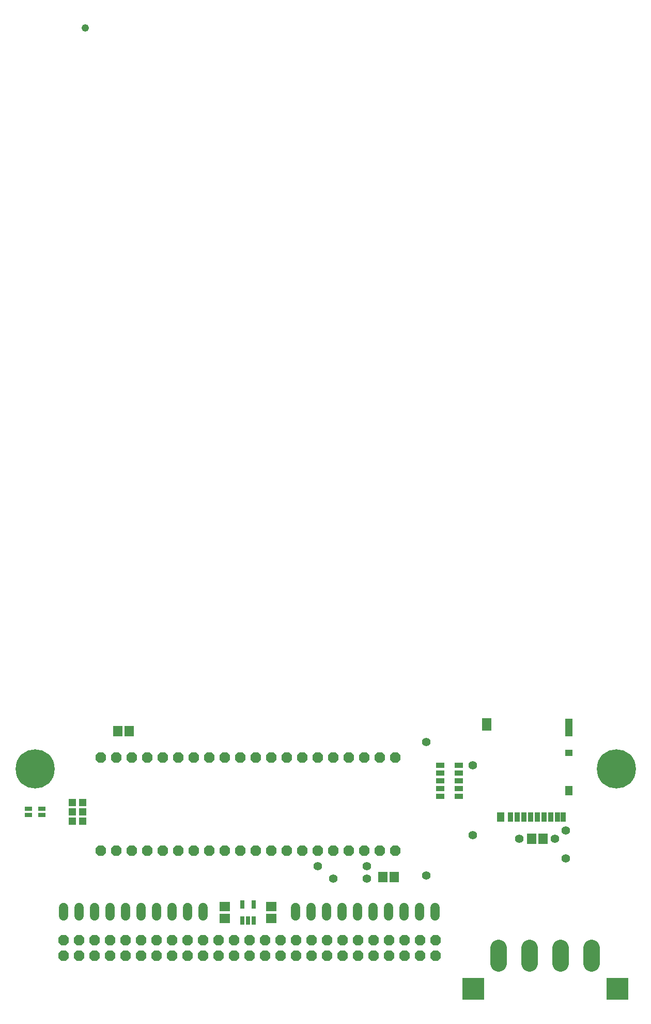
<source format=gts>
G75*
%MOIN*%
%OFA0B0*%
%FSLAX25Y25*%
%IPPOS*%
%LPD*%
%AMOC8*
5,1,8,0,0,1.08239X$1,22.5*
%
%ADD10C,0.10800*%
%ADD11R,0.13855X0.13855*%
%ADD12OC8,0.06737*%
%ADD13R,0.04737X0.05918*%
%ADD14R,0.03556X0.05918*%
%ADD15R,0.04737X0.03950*%
%ADD16R,0.04737X0.11824*%
%ADD17R,0.05918X0.08280*%
%ADD18R,0.05800X0.03300*%
%ADD19R,0.03162X0.05524*%
%ADD20R,0.06706X0.05918*%
%ADD21C,0.06000*%
%ADD22R,0.05918X0.06706*%
%ADD23R,0.04737X0.03162*%
%ADD24R,0.05131X0.04737*%
%ADD25C,0.04762*%
%ADD26C,0.25209*%
%ADD27C,0.05550*%
D10*
X0319440Y0042323D02*
X0319440Y0052323D01*
X0339440Y0052323D02*
X0339440Y0042323D01*
X0359440Y0042323D02*
X0359440Y0052323D01*
X0379440Y0052323D02*
X0379440Y0042323D01*
D11*
X0396094Y0025866D03*
X0302787Y0025866D03*
D12*
X0038495Y0047205D03*
X0038495Y0057205D03*
X0048495Y0057205D03*
X0048495Y0047205D03*
X0058495Y0047205D03*
X0058495Y0057205D03*
X0068495Y0057205D03*
X0068495Y0047205D03*
X0078495Y0047205D03*
X0078495Y0057205D03*
X0088495Y0057205D03*
X0088495Y0047205D03*
X0098495Y0047205D03*
X0098495Y0057205D03*
X0108495Y0057205D03*
X0108495Y0047205D03*
X0118495Y0047205D03*
X0118495Y0057205D03*
X0128495Y0057205D03*
X0128495Y0047205D03*
X0138495Y0047205D03*
X0138495Y0057205D03*
X0148495Y0057205D03*
X0148495Y0047205D03*
X0158495Y0047205D03*
X0158495Y0057205D03*
X0168495Y0057205D03*
X0168495Y0047205D03*
X0178495Y0047205D03*
X0178495Y0057205D03*
X0188495Y0057205D03*
X0188495Y0047205D03*
X0198495Y0047205D03*
X0198495Y0057205D03*
X0208495Y0057205D03*
X0208495Y0047205D03*
X0218495Y0047205D03*
X0218495Y0057205D03*
X0228495Y0057205D03*
X0228495Y0047205D03*
X0238495Y0047205D03*
X0238495Y0057205D03*
X0248495Y0057205D03*
X0248495Y0047205D03*
X0258495Y0047205D03*
X0258495Y0057205D03*
X0268495Y0057205D03*
X0268495Y0047205D03*
X0278495Y0047205D03*
X0278495Y0057205D03*
X0252708Y0115000D03*
X0242708Y0115000D03*
X0232708Y0115000D03*
X0222708Y0115000D03*
X0212708Y0115000D03*
X0202708Y0115000D03*
X0192708Y0115000D03*
X0182708Y0115000D03*
X0172708Y0115000D03*
X0162708Y0115000D03*
X0152708Y0115000D03*
X0142708Y0115000D03*
X0132708Y0115000D03*
X0122708Y0115000D03*
X0112708Y0115000D03*
X0102708Y0115000D03*
X0092708Y0115000D03*
X0082708Y0115000D03*
X0072708Y0115000D03*
X0062708Y0115000D03*
X0062708Y0175000D03*
X0072708Y0175000D03*
X0082708Y0175000D03*
X0092708Y0175000D03*
X0102708Y0175000D03*
X0112708Y0175000D03*
X0122708Y0175000D03*
X0132708Y0175000D03*
X0142708Y0175000D03*
X0152708Y0175000D03*
X0162708Y0175000D03*
X0172708Y0175000D03*
X0182708Y0175000D03*
X0192708Y0175000D03*
X0202708Y0175000D03*
X0212708Y0175000D03*
X0222708Y0175000D03*
X0232708Y0175000D03*
X0242708Y0175000D03*
X0252708Y0175000D03*
D13*
X0320779Y0136654D03*
X0364677Y0153583D03*
D14*
X0360936Y0136654D03*
X0357196Y0136654D03*
X0352866Y0136654D03*
X0348535Y0136654D03*
X0344204Y0136654D03*
X0339873Y0136654D03*
X0335543Y0136654D03*
X0331212Y0136654D03*
X0326881Y0136654D03*
D15*
X0364677Y0177992D03*
D16*
X0364677Y0194331D03*
D17*
X0311527Y0196102D03*
D18*
X0293708Y0170000D03*
X0293708Y0165000D03*
X0293708Y0160000D03*
X0293708Y0155000D03*
X0293708Y0150000D03*
X0281708Y0150000D03*
X0281708Y0155000D03*
X0281708Y0160000D03*
X0281708Y0165000D03*
X0281708Y0170000D03*
D19*
X0161448Y0080142D03*
X0153968Y0080142D03*
X0153968Y0069858D03*
X0157708Y0069858D03*
X0161448Y0069858D03*
D20*
X0172708Y0071260D03*
X0172708Y0078740D03*
X0142708Y0078740D03*
X0142708Y0071260D03*
D21*
X0128708Y0072900D02*
X0128708Y0078100D01*
X0118708Y0078100D02*
X0118708Y0072900D01*
X0108708Y0072900D02*
X0108708Y0078100D01*
X0098708Y0078100D02*
X0098708Y0072900D01*
X0088708Y0072900D02*
X0088708Y0078100D01*
X0078708Y0078100D02*
X0078708Y0072900D01*
X0068708Y0072900D02*
X0068708Y0078100D01*
X0058708Y0078100D02*
X0058708Y0072900D01*
X0048708Y0072900D02*
X0048708Y0078100D01*
X0038708Y0078100D02*
X0038708Y0072900D01*
X0188299Y0072900D02*
X0188299Y0078100D01*
X0198299Y0078100D02*
X0198299Y0072900D01*
X0208299Y0072900D02*
X0208299Y0078100D01*
X0218299Y0078100D02*
X0218299Y0072900D01*
X0228299Y0072900D02*
X0228299Y0078100D01*
X0238299Y0078100D02*
X0238299Y0072900D01*
X0248299Y0072900D02*
X0248299Y0078100D01*
X0258299Y0078100D02*
X0258299Y0072900D01*
X0268299Y0072900D02*
X0268299Y0078100D01*
X0278299Y0078100D02*
X0278299Y0072900D01*
D22*
X0251948Y0098000D03*
X0244468Y0098000D03*
X0340468Y0122500D03*
X0347948Y0122500D03*
X0080948Y0192000D03*
X0073468Y0192000D03*
D23*
X0024507Y0141953D03*
X0024507Y0138047D03*
X0015909Y0138047D03*
X0015909Y0141953D03*
D24*
X0044362Y0140000D03*
X0044362Y0134000D03*
X0051055Y0134000D03*
X0051055Y0140000D03*
X0051055Y0146000D03*
X0044362Y0146000D03*
D25*
X0052708Y0645000D03*
D26*
X0020228Y0167520D03*
X0395188Y0167520D03*
D27*
X0362708Y0128000D03*
X0355708Y0122500D03*
X0362708Y0110000D03*
X0332708Y0122500D03*
X0302708Y0125000D03*
X0272708Y0098760D03*
X0234208Y0097000D03*
X0234208Y0105000D03*
X0212708Y0097000D03*
X0202708Y0105000D03*
X0272708Y0185000D03*
X0302708Y0170000D03*
M02*

</source>
